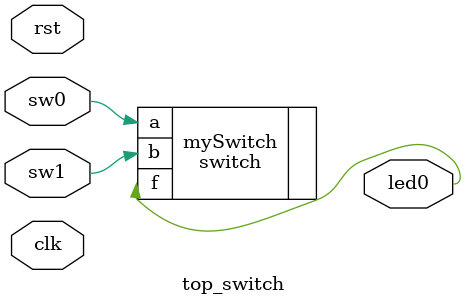
<source format=v>

module top_switch(
	input clk,
	input rst,
	input sw0,
	input sw1,
	output led0
);

switch mySwitch(
	.a(sw0),
	.b(sw1),
	.f(led0)
);
endmodule

</source>
